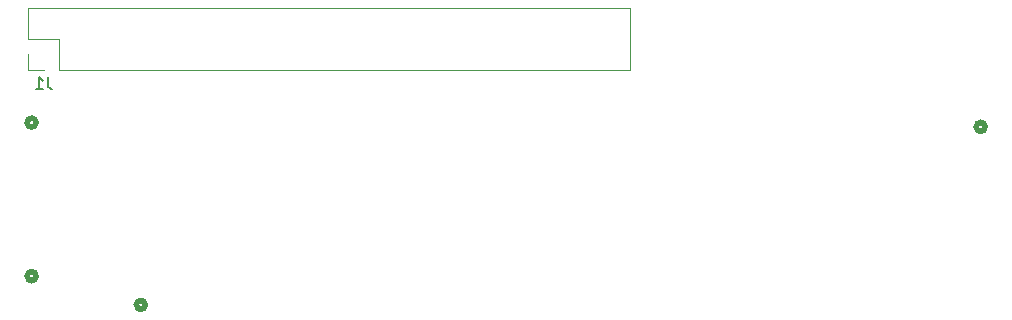
<source format=gbo>
G04 #@! TF.GenerationSoftware,KiCad,Pcbnew,8.0.4*
G04 #@! TF.CreationDate,2024-09-09T22:35:46-05:00*
G04 #@! TF.ProjectId,TPM-IO-BOARD,54504d2d-494f-42d4-924f-4152442e6b69,rev?*
G04 #@! TF.SameCoordinates,Original*
G04 #@! TF.FileFunction,Legend,Bot*
G04 #@! TF.FilePolarity,Positive*
%FSLAX46Y46*%
G04 Gerber Fmt 4.6, Leading zero omitted, Abs format (unit mm)*
G04 Created by KiCad (PCBNEW 8.0.4) date 2024-09-09 22:35:46*
%MOMM*%
%LPD*%
G01*
G04 APERTURE LIST*
%ADD10C,0.150000*%
%ADD11C,0.508000*%
%ADD12C,0.120000*%
G04 APERTURE END LIST*
D10*
X108703333Y-50724819D02*
X108703333Y-51439104D01*
X108703333Y-51439104D02*
X108750952Y-51581961D01*
X108750952Y-51581961D02*
X108846190Y-51677200D01*
X108846190Y-51677200D02*
X108989047Y-51724819D01*
X108989047Y-51724819D02*
X109084285Y-51724819D01*
X107703333Y-51724819D02*
X108274761Y-51724819D01*
X107989047Y-51724819D02*
X107989047Y-50724819D01*
X107989047Y-50724819D02*
X108084285Y-50867676D01*
X108084285Y-50867676D02*
X108179523Y-50962914D01*
X108179523Y-50962914D02*
X108274761Y-51010533D01*
D11*
X116953000Y-70000000D02*
G75*
G02*
X116191000Y-70000000I-381000J0D01*
G01*
X116191000Y-70000000D02*
G75*
G02*
X116953000Y-70000000I381000J0D01*
G01*
X107704590Y-54567399D02*
G75*
G02*
X106942590Y-54567399I-381000J0D01*
G01*
X106942590Y-54567399D02*
G75*
G02*
X107704590Y-54567399I381000J0D01*
G01*
X107704590Y-67567399D02*
G75*
G02*
X106942590Y-67567399I-381000J0D01*
G01*
X106942590Y-67567399D02*
G75*
G02*
X107704590Y-67567399I381000J0D01*
G01*
X188057410Y-54932601D02*
G75*
G02*
X187295410Y-54932601I-381000J0D01*
G01*
X187295410Y-54932601D02*
G75*
G02*
X188057410Y-54932601I381000J0D01*
G01*
D12*
X107040000Y-47500000D02*
X107040000Y-44900000D01*
X107040000Y-50100000D02*
X107040000Y-48770000D01*
X108370000Y-50100000D02*
X107040000Y-50100000D01*
X109640000Y-47500000D02*
X107040000Y-47500000D01*
X109640000Y-50100000D02*
X109640000Y-47500000D01*
X157960000Y-44900000D02*
X107040000Y-44900000D01*
X157960000Y-50100000D02*
X109640000Y-50100000D01*
X157960000Y-50100000D02*
X157960000Y-44900000D01*
M02*

</source>
